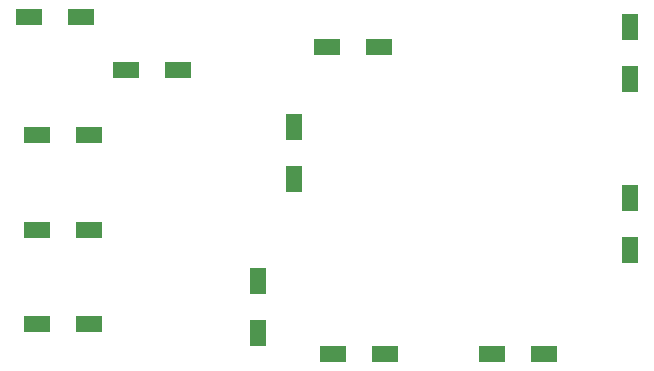
<source format=gbr>
G04 #@! TF.GenerationSoftware,KiCad,Pcbnew,(5.0.0)*
G04 #@! TF.CreationDate,2019-09-28T10:14:36+02:00*
G04 #@! TF.ProjectId,opampprotopcb,6F70616D7070726F746F7063622E6B69,rev?*
G04 #@! TF.SameCoordinates,Original*
G04 #@! TF.FileFunction,Paste,Top*
G04 #@! TF.FilePolarity,Positive*
%FSLAX46Y46*%
G04 Gerber Fmt 4.6, Leading zero omitted, Abs format (unit mm)*
G04 Created by KiCad (PCBNEW (5.0.0)) date 09/28/19 10:14:36*
%MOMM*%
%LPD*%
G01*
G04 APERTURE LIST*
%ADD10R,2.301240X1.399540*%
%ADD11R,1.399540X2.301240*%
G04 APERTURE END LIST*
D10*
G04 #@! TO.C,R1*
X29100760Y-32500000D03*
X33500040Y-32500000D03*
G04 #@! TD*
G04 #@! TO.C,R2*
X34198340Y-58500000D03*
X29799060Y-58500000D03*
G04 #@! TD*
G04 #@! TO.C,R3*
X34200940Y-50500000D03*
X29801660Y-50500000D03*
G04 #@! TD*
G04 #@! TO.C,R4*
X29799060Y-42500000D03*
X34198340Y-42500000D03*
G04 #@! TD*
G04 #@! TO.C,R5*
X41699640Y-37000000D03*
X37300360Y-37000000D03*
G04 #@! TD*
D11*
G04 #@! TO.C,R6*
X51500000Y-41800360D03*
X51500000Y-46199640D03*
G04 #@! TD*
G04 #@! TO.C,R7*
X48500000Y-54801660D03*
X48500000Y-59200940D03*
G04 #@! TD*
D10*
G04 #@! TO.C,R8*
X58699640Y-35000000D03*
X54300360Y-35000000D03*
G04 #@! TD*
G04 #@! TO.C,R9*
X54800360Y-61000000D03*
X59199640Y-61000000D03*
G04 #@! TD*
G04 #@! TO.C,R10*
X68299060Y-61000000D03*
X72698340Y-61000000D03*
G04 #@! TD*
D11*
G04 #@! TO.C,R11*
X80000000Y-37700940D03*
X80000000Y-33301660D03*
G04 #@! TD*
G04 #@! TO.C,R12*
X80000000Y-47800360D03*
X80000000Y-52199640D03*
G04 #@! TD*
M02*

</source>
